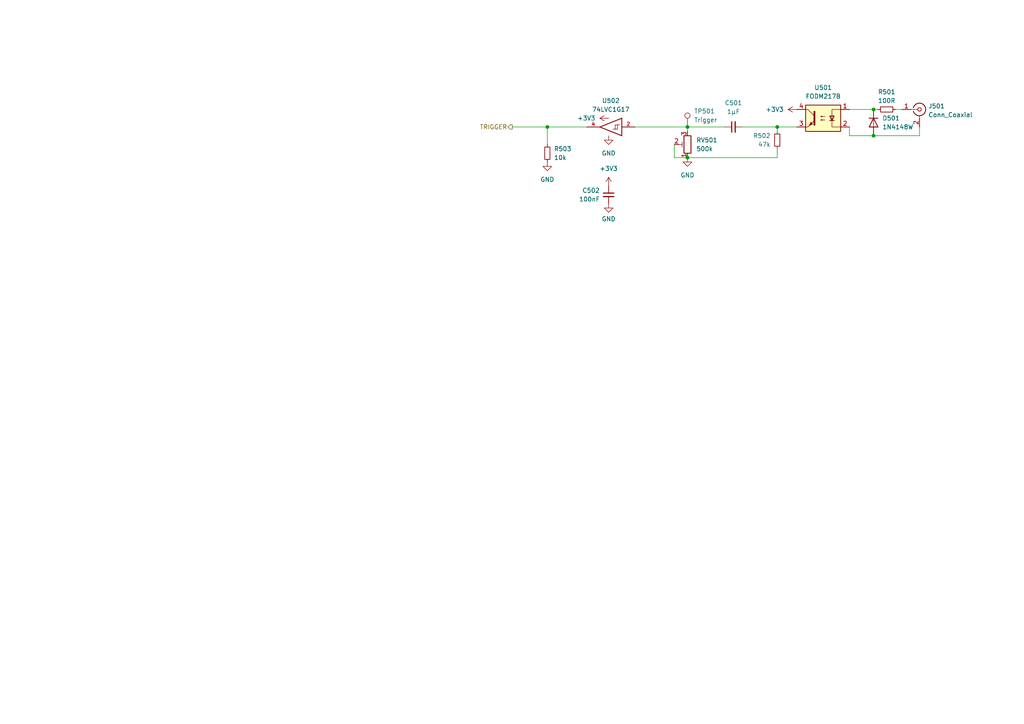
<source format=kicad_sch>
(kicad_sch (version 20211123) (generator eeschema)
  (paper "A4")
  (title_block (title "Dual Programmable Load Driver") (date "2022-03-10") (rev "1") (comment 1 "External trigger circuit (for transient mode)"))
  (lib_symbols
    (symbol "74xGxx:74LVC1G17" (pin_names (offset 1.016))
      (property "Reference" "U" (at -2.54 3.81 0))
      (property "Value" "74LVC1G17" (at 0 -3.81 0))
      (symbol "74LVC1G17_0_1"
        (polyline (pts (xy -2.54 0.635) (xy -1.905 0.635) (xy -1.905 -0.635)))
        (polyline (pts (xy -3.81 2.54) (xy -3.81 -2.54) (xy 2.54 0) (xy -3.81 2.54)) (stroke (width 0.254)))
        (polyline (pts (xy -3.175 0.635) (xy -2.54 0.635) (xy -2.54 -0.635) (xy -1.27 -0.635)))
      )
      (symbol "74LVC1G17_1_1"
        (pin input line (at -7.62 0 0) (length 3.81) (name "~") (number "2"))
        (pin power_in line (at 0 -2.54 270) (length 0) hide (name "GND") (number "3"))
        (pin output line (at 6.35 0 180) (length 3.81) (name "~") (number "4"))
        (pin power_in line (at 0 2.54 90) (length 0) hide (name "VCC") (number "5"))
      )
    )
    (symbol "Connector:Conn_Coaxial" (pin_names (offset 1.016) hide)
      (property "Reference" "J" (at 0.254 3.048 0))
      (property "Value" "Conn_Coaxial" (at 2.921 0 90))
      (symbol "Conn_Coaxial_0_1"
        (arc (start -1.778 -0.508) (mid 0.222 -1.808) (end 1.778 0) (stroke (width 0.254)))
        (polyline (pts (xy -2.54 0) (xy -0.508 0)))
        (polyline (pts (xy 0 -2.54) (xy 0 -1.778)))
        (circle (center 0 0) (radius 0.508) (stroke (width 0.2032)))
        (arc (start 1.778 0) (mid 0.2221 1.8083) (end -1.778 0.508) (stroke (width 0.254)))
      )
      (symbol "Conn_Coaxial_1_1"
        (pin passive line (at -5.08 0 0) (length 2.54) (name "In") (number "1"))
        (pin passive line (at 0 -5.08 90) (length 2.54) (name "Ext") (number "2"))
      )
    )
    (symbol "Connector:TestPoint" (pin_numbers hide) (pin_names (offset 0.762) hide)
      (property "Reference" "TP" (at 0 6.858 0))
      (property "Value" "TestPoint" (at 0 5.08 0))
      (symbol "TestPoint_0_1"
        (circle (center 0 3.302) (radius 0.762))
      )
      (symbol "TestPoint_1_1"
        (pin passive line (at 0 0 90) (length 2.54) (name "1") (number "1"))
      )
    )
    (symbol "Device:C_Small" (pin_numbers hide) (pin_names (offset 0.254) hide)
      (property "Reference" "C" (at 0.254 1.778 0))
      (property "Value" "C_Small" (at 0.254 -2.032 0))
      (symbol "C_Small_0_1"
        (polyline (pts (xy -1.524 -0.508) (xy 1.524 -0.508)) (stroke (width 0.3302)))
        (polyline (pts (xy -1.524 0.508) (xy 1.524 0.508)) (stroke (width 0.3048)))
      )
      (symbol "C_Small_1_1"
        (pin passive line (at 0 2.54 270) (length 2.032) (name "~") (number "1"))
        (pin passive line (at 0 -2.54 90) (length 2.032) (name "~") (number "2"))
      )
    )
    (symbol "Device:R_Potentiometer_Trim" (pin_names (offset 1.016) hide)
      (property "Reference" "RV" (at -4.445 0 90))
      (property "Value" "R_Potentiometer_Trim" (at -2.54 0 90))
      (symbol "R_Potentiometer_Trim_0_1"
        (polyline (pts (xy 1.524 0.762) (xy 1.524 -0.762)))
        (polyline (pts (xy 2.54 0) (xy 1.524 0)))
        (rectangle (start 1.016 2.54) (end -1.016 -2.54) (stroke (width 0.254)))
      )
      (symbol "R_Potentiometer_Trim_1_1"
        (pin passive line (at 0 3.81 270) (length 1.27) (name "1") (number "1"))
        (pin passive line (at 3.81 0 180) (length 1.27) (name "2") (number "2"))
        (pin passive line (at 0 -3.81 90) (length 1.27) (name "3") (number "3"))
      )
    )
    (symbol "Device:R_Small" (pin_numbers hide) (pin_names (offset 0.254) hide)
      (property "Reference" "R" (at 0.762 0.508 0))
      (property "Value" "R_Small" (at 0.762 -1.016 0))
      (symbol "R_Small_0_1"
        (rectangle (start -0.762 1.778) (end 0.762 -1.778) (stroke (width 0.2032)))
      )
      (symbol "R_Small_1_1"
        (pin passive line (at 0 2.54 270) (length 0.762) (name "~") (number "1"))
        (pin passive line (at 0 -2.54 90) (length 0.762) (name "~") (number "2"))
      )
    )
    (symbol "Diode:1N4148W" (pin_numbers hide) (pin_names (offset 1.016) hide)
      (property "Reference" "D" (at 0 2.54 0))
      (property "Value" "1N4148W" (at 0 -2.54 0))
      (symbol "1N4148W_0_1"
        (polyline (pts (xy -1.27 1.27) (xy -1.27 -1.27)) (stroke (width 0.254)))
        (polyline (pts (xy 1.27 0) (xy -1.27 0)))
        (polyline (pts (xy 1.27 1.27) (xy 1.27 -1.27) (xy -1.27 0) (xy 1.27 1.27)) (stroke (width 0.254)))
      )
      (symbol "1N4148W_1_1"
        (pin passive line (at -3.81 0 0) (length 2.54) (name "K") (number "1"))
        (pin passive line (at 3.81 0 180) (length 2.54) (name "A") (number "2"))
      )
    )
    (symbol "Isolator:FODM217B"
      (property "Reference" "U" (at -5.08 5.08 0))
      (property "Value" "FODM217B" (at 0 5.08 0))
      (symbol "FODM217B_0_1"
        (rectangle (start -5.08 3.81) (end 5.08 -3.81) (stroke (width 0.254)) (fill (type background)))
        (polyline (pts (xy -3.175 -0.635) (xy -1.905 -0.635)) (stroke (width 0.254)))
        (polyline (pts (xy 2.54 0.635) (xy 4.445 2.54)))
        (polyline (pts (xy 4.445 -2.54) (xy 2.54 -0.635)) (fill (type outline)))
        (polyline (pts (xy 4.445 -2.54) (xy 5.08 -2.54)))
        (polyline (pts (xy 4.445 2.54) (xy 5.08 2.54)))
        (polyline (pts (xy -5.08 2.54) (xy -2.54 2.54) (xy -2.54 -0.635)))
        (polyline (pts (xy -2.54 -0.635) (xy -2.54 -2.54) (xy -5.08 -2.54)))
        (polyline (pts (xy 2.54 1.905) (xy 2.54 -1.905) (xy 2.54 -1.905)) (stroke (width 0.508)))
        (polyline (pts (xy -2.54 -0.635) (xy -3.175 0.635) (xy -1.905 0.635) (xy -2.54 -0.635)) (stroke (width 0.254)))
        (polyline (pts (xy -0.508 -0.508) (xy 0.762 -0.508) (xy 0.381 -0.635) (xy 0.381 -0.381) (xy 0.762 -0.508)))
        (polyline (pts (xy -0.508 0.508) (xy 0.762 0.508) (xy 0.381 0.381) (xy 0.381 0.635) (xy 0.762 0.508)))
        (polyline (pts (xy 3.048 -1.651) (xy 3.556 -1.143) (xy 4.064 -2.159) (xy 3.048 -1.651) (xy 3.048 -1.651)) (fill (type outline)))
      )
      (symbol "FODM217B_1_1"
        (pin passive line (at -7.62 2.54 0) (length 2.54) (name "~") (number "1"))
        (pin passive line (at -7.62 -2.54 0) (length 2.54) (name "~") (number "2"))
        (pin passive line (at 7.62 -2.54 180) (length 2.54) (name "~") (number "3"))
        (pin passive line (at 7.62 2.54 180) (length 2.54) (name "~") (number "4"))
      )
    )
    (symbol "power:+3V3" (power) (pin_names (offset 0))
      (property "Value" "+3V3" (at 0 3.556 0))
      (symbol "+3V3_0_1"
        (polyline (pts (xy -0.762 1.27) (xy 0 2.54)))
        (polyline (pts (xy 0 0) (xy 0 2.54)))
        (polyline (pts (xy 0 2.54) (xy 0.762 1.27)))
      )
      (symbol "+3V3_1_1"
        (pin power_in line (at 0 0 90) (length 0) hide (name "+3V3") (number "1"))
      )
    )
    (symbol "power:GND" (power) (pin_names (offset 0))
      (property "Value" "GND" (at 0 -3.81 0))
      (symbol "GND_0_1"
        (polyline (pts (xy 0 0) (xy 0 -1.27) (xy 1.27 -1.27) (xy 0 -2.54) (xy -1.27 -1.27) (xy 0 -1.27)))
      )
      (symbol "GND_1_1"
        (pin power_in line (at 0 0 270) (length 0) hide (name "GND") (number "1"))
      )
    )
  )
  (junction (at 253.365 31.75))
  (junction (at 199.39 45.72))
  (junction (at 253.365 39.37))
  (junction (at 158.75 36.83))
  (junction (at 225.425 36.83))
  (junction (at 199.39 36.83))
  (wire (pts (xy 199.39 45.72) (xy 225.425 45.72)))
  (wire (pts (xy 158.75 36.83) (xy 158.75 41.91)))
  (wire (pts (xy 246.38 39.37) (xy 246.38 36.83)))
  (wire (pts (xy 215.265 36.83) (xy 225.425 36.83)))
  (wire (pts (xy 246.38 31.75) (xy 253.365 31.75)))
  (wire (pts (xy 184.15 36.83) (xy 199.39 36.83)))
  (wire (pts (xy 148.59 36.83) (xy 158.75 36.83)))
  (wire (pts (xy 195.58 45.72) (xy 199.39 45.72)))
  (wire (pts (xy 253.365 31.75) (xy 254.635 31.75)))
  (wire (pts (xy 225.425 43.18) (xy 225.425 45.72)))
  (wire (pts (xy 225.425 36.83) (xy 225.425 38.1)))
  (wire (pts (xy 225.425 36.83) (xy 231.14 36.83)))
  (wire (pts (xy 253.365 39.37) (xy 246.38 39.37)))
  (wire (pts (xy 259.715 31.75) (xy 261.62 31.75)))
  (wire (pts (xy 199.39 36.83) (xy 199.39 38.1)))
  (wire (pts (xy 158.75 36.83) (xy 170.18 36.83)))
  (wire (pts (xy 199.39 36.83) (xy 210.185 36.83)))
  (wire (pts (xy 266.7 39.37) (xy 253.365 39.37)))
  (wire (pts (xy 195.58 41.91) (xy 195.58 45.72)))
  (wire (pts (xy 266.7 36.83) (xy 266.7 39.37)))
  (hierarchical_label "TRIGGER" (shape output) (at 148.59 36.83 180))
  (symbol (lib_id "Connector:Conn_Coaxial") (at 266.7 31.75 0) (unit 1)
    (property "Reference" "J501" (at 269.24 30.7731 0) (effects (justify left)))
    (property "Value" "Conn_Coaxial" (at 269.24 33.3131 0) (effects (justify left)))
    (property "Footprint" "programmable-load:CONN_1-1337543-0" (effects hide))
    (property "Datasheet" " ~" (effects hide))
    (property "MPN" "1-1634624-0" (effects hide))
  )
  (symbol (lib_id "Device:R_Small") (at 225.425 40.64 0) (mirror x) (unit 1)
    (property "Reference" "R502" (at 223.52 39.3699 0) (effects (justify right)))
    (property "Value" "47k" (at 223.52 41.9099 0) (effects (justify right)))
    (property "Footprint" "Resistor_SMD:R_0805_2012Metric_Pad1.20x1.40mm_HandSolder" (effects hide))
    (property "MPN" "RMC1/10-473JTP" (effects hide))
  )
  (symbol (lib_id "power:+3V3") (at 176.53 34.29 90) (unit 1)
    (property "Reference" "#PWR0502" (effects hide))
    (property "Value" "+3V3" (at 172.72 34.2899 90) (effects (justify left)))
  )
  (symbol (lib_id "74xGxx:74LVC1G17") (at 176.53 36.83 0) (mirror y) (unit 1)
    (property "Reference" "U502" (at 177.165 29.21 0))
    (property "Value" "74LVC1G17" (at 177.165 31.75 0))
    (property "Footprint" "Package_TO_SOT_SMD:SOT-23-5_HandSoldering" (effects hide))
    (property "Datasheet" "http://www.ti.com/lit/sg/scyt129e/scyt129e.pdf" (effects hide))
    (property "MPN" "SN74LVC1G17DBVRG4" (effects hide))
  )
  (symbol (lib_id "Device:C_Small") (at 212.725 36.83 90) (unit 1)
    (property "Reference" "C501" (at 212.7313 29.845 90))
    (property "Value" "1µF" (at 212.7313 32.385 90))
    (property "Footprint" "Capacitor_SMD:C_0805_2012Metric_Pad1.18x1.45mm_HandSolder" (effects hide))
    (property "MPN" "187-CL21B105KBFNNNG" (effects hide))
  )
  (symbol (lib_id "power:GND") (at 158.75 46.99 0) (unit 1)
    (property "Reference" "#PWR0501" (effects hide))
    (property "Value" "GND" (at 158.75 52.07 0))
  )
  (symbol (lib_id "power:GND") (at 176.53 39.37 0) (unit 1)
    (property "Reference" "#PWR0503" (effects hide))
    (property "Value" "GND" (at 176.53 44.45 0))
  )
  (symbol (lib_id "Device:R_Small") (at 257.175 31.75 90) (unit 1)
    (property "Reference" "R501" (at 257.175 26.67 90))
    (property "Value" "100R" (at 257.175 29.21 90))
    (property "Footprint" "Resistor_SMD:R_0805_2012Metric_Pad1.20x1.40mm_HandSolder" (effects hide))
    (property "MPN" "WR08X101-JTL" (effects hide))
  )
  (symbol (lib_id "Isolator:FODM217B") (at 238.76 34.29 0) (mirror y) (unit 1)
    (property "Reference" "U501" (at 238.76 25.4 0))
    (property "Value" "FODM217B" (at 238.76 27.94 0))
    (property "Footprint" "Package_SO:SOP-4_4.4x2.6mm_P1.27mm" (effects hide))
    (property "Datasheet" "https://www.onsemi.com/pub/Collateral/FODM214-D.PDF" (effects hide))
    (property "MPN" "FODM217B" (effects hide))
  )
  (symbol (lib_id "Device:R_Potentiometer_Trim") (at 199.39 41.91 180) (unit 1)
    (property "Reference" "RV501" (at 201.93 40.6399 0) (effects (justify right)))
    (property "Value" "500k" (at 201.93 43.1799 0) (effects (justify right)))
    (property "Footprint" "programmable-load:Potentiometer_Nidec_Copal_CT94EW" (effects hide))
    (property "MPN" "CT-94EW504" (effects hide))
  )
  (symbol (lib_id "Connector:TestPoint") (at 199.39 36.83 0) (mirror y) (unit 1)
    (property "Reference" "TP501" (at 201.295 32.2579 0) (effects (justify right)))
    (property "Value" "Trigger" (at 201.295 34.7979 0) (effects (justify right)))
    (property "Footprint" "TestPoint:TestPoint_Keystone_5000-5004_Miniature" (effects hide))
    (property "Color" "Yellow" (effects hide))
    (property "MPN" "5004" (effects hide))
  )
  (symbol (lib_id "Device:C_Small") (at 176.53 56.515 0) (mirror y) (unit 1)
    (property "Reference" "C502" (at 173.99 55.2512 0) (effects (justify left)))
    (property "Value" "100nF" (at 173.99 57.7912 0) (effects (justify left)))
    (property "Footprint" "Capacitor_SMD:C_0805_2012Metric_Pad1.18x1.45mm_HandSolder" (effects hide))
  )
  (symbol (lib_id "power:+3V3") (at 231.14 31.75 90) (unit 1)
    (property "Reference" "#PWR0127" (effects hide))
    (property "Value" "+3V3" (at 227.33 31.7499 90) (effects (justify left)))
  )
  (symbol (lib_id "power:+3V3") (at 176.53 53.975 0) (unit 1)
    (property "Reference" "#PWR0504" (effects hide))
    (property "Value" "+3V3" (at 176.53 48.895 0))
  )
  (symbol (lib_id "Diode:1N4148W") (at 253.365 35.56 270) (unit 1)
    (property "Reference" "D501" (at 255.905 34.2899 90) (effects (justify left)))
    (property "Value" "1N4148W" (at 255.905 36.8299 90) (effects (justify left)))
    (property "Footprint" "Diode_SMD:D_SOD-123" (effects hide))
    (property "Datasheet" "https://www.vishay.com/docs/85748/1n4148w.pdf" (effects hide))
    (property "MPN" "1N4148W-AU_R1_000A1" (effects hide))
  )
  (symbol (lib_id "power:GND") (at 199.39 45.72 0) (unit 1)
    (property "Reference" "#PWR0128" (effects hide))
    (property "Value" "GND" (at 199.39 50.8 0))
  )
  (symbol (lib_id "Device:R_Small") (at 158.75 44.45 180) (unit 1)
    (property "Reference" "R503" (at 160.655 43.1799 0) (effects (justify right)))
    (property "Value" "10k" (at 160.655 45.7199 0) (effects (justify right)))
    (property "Footprint" "Resistor_SMD:R_0805_2012Metric_Pad1.20x1.40mm_HandSolder" (effects hide))
  )
  (symbol (lib_id "power:GND") (at 176.53 59.055 0) (unit 1)
    (property "Reference" "#PWR0505" (effects hide))
    (property "Value" "GND" (at 176.53 63.5 0))
  )
)
</source>
